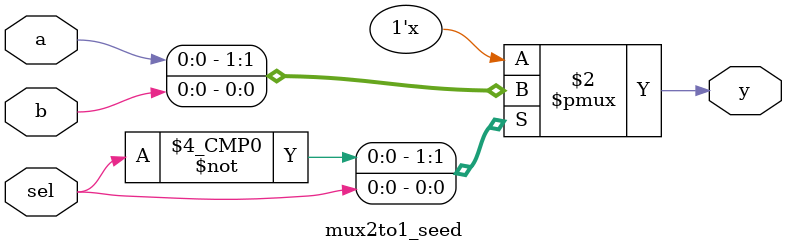
<source format=sv>
`timescale 1ns / 1ps

module mux2to1_seed (
    input  logic a, b, sel,
    output logic y
);

    always_comb begin
        case (sel)
            1'b0: y = a;
            1'b1: y = b;
            default: y = 'x;  // Handle Undefined States
        endcase
    end

endmodule

</source>
